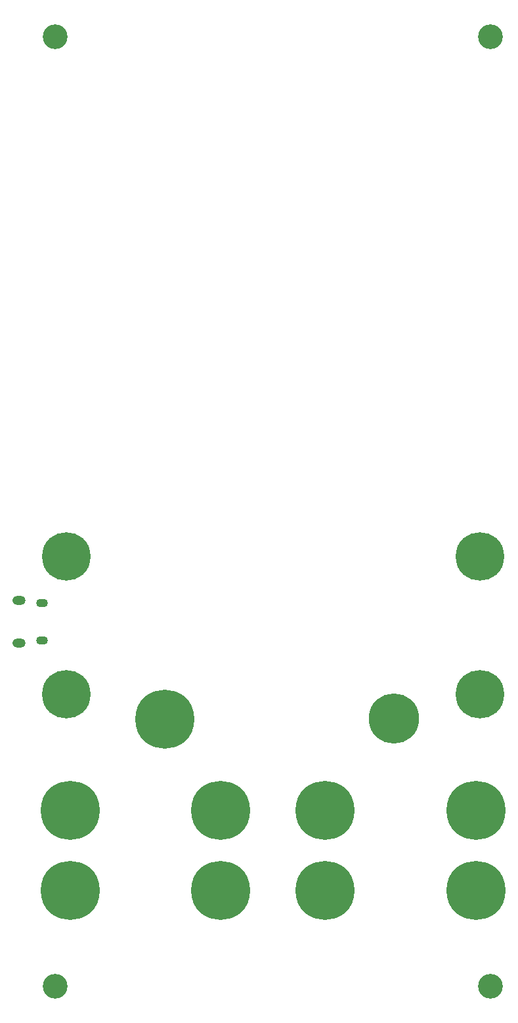
<source format=gbr>
%TF.GenerationSoftware,KiCad,Pcbnew,7.0.6-1.fc38*%
%TF.CreationDate,2023-08-24T18:59:34-07:00*%
%TF.ProjectId,s3gta_panel,73336774-615f-4706-916e-656c2e6b6963,rev?*%
%TF.SameCoordinates,Original*%
%TF.FileFunction,Soldermask,Top*%
%TF.FilePolarity,Negative*%
%FSLAX46Y46*%
G04 Gerber Fmt 4.6, Leading zero omitted, Abs format (unit mm)*
G04 Created by KiCad (PCBNEW 7.0.6-1.fc38) date 2023-08-24 18:59:34*
%MOMM*%
%LPD*%
G01*
G04 APERTURE LIST*
%ADD10C,3.200000*%
%ADD11C,7.620000*%
%ADD12C,6.248400*%
%ADD13C,6.477000*%
%ADD14O,1.700000X1.200000*%
%ADD15O,1.500000X1.100000*%
G04 APERTURE END LIST*
D10*
%TO.C,H2*%
X163957000Y-37033200D03*
%TD*%
D11*
%TO.C,H7*%
X129159000Y-147193000D03*
%TD*%
%TO.C,H8*%
X129159000Y-136906000D03*
%TD*%
%TO.C,H5*%
X109728000Y-136906000D03*
%TD*%
D10*
%TO.C,H4*%
X163957000Y-159562800D03*
%TD*%
D11*
%TO.C,H6*%
X109728000Y-147193000D03*
%TD*%
D12*
%TO.C,H13*%
X162560000Y-104140000D03*
%TD*%
D11*
%TO.C,H15*%
X162052000Y-147193000D03*
%TD*%
%TO.C,H16*%
X162052000Y-136906000D03*
%TD*%
D10*
%TO.C,H3*%
X107823000Y-159562800D03*
%TD*%
D11*
%TO.C,H17*%
X121920000Y-125095000D03*
%TD*%
D13*
%TO.C,H18*%
X151511000Y-124995000D03*
%TD*%
D12*
%TO.C,H10*%
X109220000Y-104140000D03*
%TD*%
D10*
%TO.C,H1*%
X107823000Y-37033200D03*
%TD*%
D11*
%TO.C,H14*%
X142621000Y-147193000D03*
%TD*%
D12*
%TO.C,H11*%
X109220000Y-121920000D03*
%TD*%
%TO.C,H12*%
X162560000Y-121920000D03*
%TD*%
D11*
%TO.C,H9*%
X142621000Y-136906000D03*
%TD*%
D14*
%TO.C,J2*%
X103115600Y-115252000D03*
D15*
X106115600Y-114942000D03*
X106115600Y-110102000D03*
D14*
X103115600Y-109792000D03*
%TD*%
M02*

</source>
